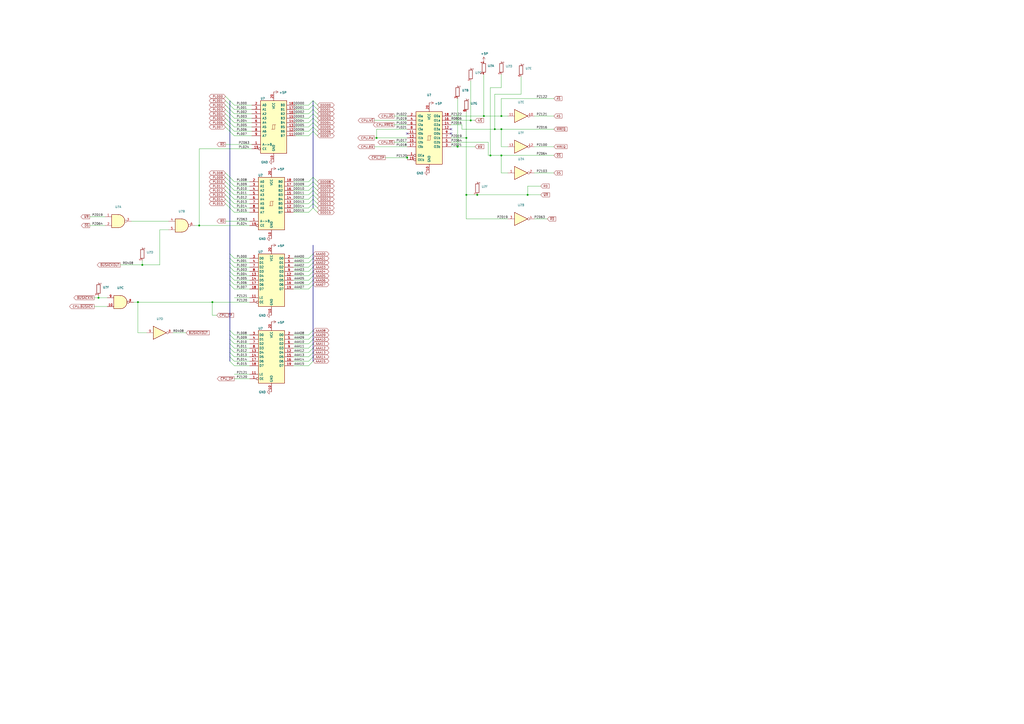
<source format=kicad_sch>
(kicad_sch (version 20220820) (generator eeschema)
  (paper "A2")
  (title_block (title "P11 AD Mux"))
  (lib_symbols
    (symbol "74xx:74LS00" (pin_names (offset 1.016))
      (property "Reference" "U" (at 0 1.27 0))
      (property "Value" "74LS00" (at 0 -1.27 0))
      (symbol "74LS00_1_1"
        (arc (start 0 -3.81) (mid 3.81 0) (end 0 3.81) (stroke (width 0.254)) (fill (type background)))
        (polyline (pts (xy 0 3.81) (xy -3.81 3.81) (xy -3.81 -3.81) (xy 0 -3.81)) (stroke (width 0.254)) (fill (type background)))
        (pin input line (at -7.62 2.54 0) (length 3.81) (name "~") (number "1"))
        (pin input line (at -7.62 -2.54 0) (length 3.81) (name "~") (number "2"))
        (pin output inverted (at 7.62 0 180) (length 3.81) (name "~") (number "3"))
      )
      (symbol "74LS00_1_2"
        (arc (start -3.81 -3.81) (mid -2.589 0) (end -3.81 3.81) (stroke (width 0.254)))
        (arc (start -0.6096 -3.81) (mid 2.1842 -2.5851) (end 3.81 0) (stroke (width 0.254)) (fill (type background)))
        (polyline (pts (xy -3.81 -3.81) (xy -0.635 -3.81)) (stroke (width 0.254)) (fill (type background)))
        (polyline (pts (xy -3.81 3.81) (xy -0.635 3.81)) (stroke (width 0.254)) (fill (type background)))
        (polyline (pts (xy -0.635 3.81) (xy -3.81 3.81) (xy -3.81 3.81) (xy -3.556 3.4036) (xy -3.0226 2.2606) (xy -2.6924 1.0414) (xy -2.6162 -0.254) (xy -2.7686 -1.4986) (xy -3.175 -2.7178) (xy -3.81 -3.81) (xy -3.81 -3.81) (xy -0.635 -3.81)) (stroke (width -25.4)) (fill (type background)))
        (arc (start 3.81 0) (mid 2.1915 2.5936) (end -0.6096 3.81) (stroke (width 0.254)) (fill (type background)))
        (pin input inverted (at -7.62 2.54 0) (length 4.318) (name "~") (number "1"))
        (pin input inverted (at -7.62 -2.54 0) (length 4.318) (name "~") (number "2"))
        (pin output line (at 7.62 0 180) (length 3.81) (name "~") (number "3"))
      )
      (symbol "74LS00_2_1"
        (arc (start 0 -3.81) (mid 3.81 0) (end 0 3.81) (stroke (width 0.254)) (fill (type background)))
        (polyline (pts (xy 0 3.81) (xy -3.81 3.81) (xy -3.81 -3.81) (xy 0 -3.81)) (stroke (width 0.254)) (fill (type background)))
        (pin input line (at -7.62 2.54 0) (length 3.81) (name "~") (number "4"))
        (pin input line (at -7.62 -2.54 0) (length 3.81) (name "~") (number "5"))
        (pin output inverted (at 7.62 0 180) (length 3.81) (name "~") (number "6"))
      )
      (symbol "74LS00_2_2"
        (arc (start -3.81 -3.81) (mid -2.589 0) (end -3.81 3.81) (stroke (width 0.254)))
        (arc (start -0.6096 -3.81) (mid 2.1842 -2.5851) (end 3.81 0) (stroke (width 0.254)) (fill (type background)))
        (polyline (pts (xy -3.81 -3.81) (xy -0.635 -3.81)) (stroke (width 0.254)) (fill (type background)))
        (polyline (pts (xy -3.81 3.81) (xy -0.635 3.81)) (stroke (width 0.254)) (fill (type background)))
        (polyline (pts (xy -0.635 3.81) (xy -3.81 3.81) (xy -3.81 3.81) (xy -3.556 3.4036) (xy -3.0226 2.2606) (xy -2.6924 1.0414) (xy -2.6162 -0.254) (xy -2.7686 -1.4986) (xy -3.175 -2.7178) (xy -3.81 -3.81) (xy -3.81 -3.81) (xy -0.635 -3.81)) (stroke (width -25.4)) (fill (type background)))
        (arc (start 3.81 0) (mid 2.1915 2.5936) (end -0.6096 3.81) (stroke (width 0.254)) (fill (type background)))
        (pin input inverted (at -7.62 2.54 0) (length 4.318) (name "~") (number "4"))
        (pin input inverted (at -7.62 -2.54 0) (length 4.318) (name "~") (number "5"))
        (pin output line (at 7.62 0 180) (length 3.81) (name "~") (number "6"))
      )
      (symbol "74LS00_3_1"
        (arc (start 0 -3.81) (mid 3.81 0) (end 0 3.81) (stroke (width 0.254)) (fill (type background)))
        (polyline (pts (xy 0 3.81) (xy -3.81 3.81) (xy -3.81 -3.81) (xy 0 -3.81)) (stroke (width 0.254)) (fill (type background)))
        (pin input line (at -7.62 -2.54 0) (length 3.81) (name "~") (number "10"))
        (pin output inverted (at 7.62 0 180) (length 3.81) (name "~") (number "8"))
        (pin input line (at -7.62 2.54 0) (length 3.81) (name "~") (number "9"))
      )
      (symbol "74LS00_3_2"
        (arc (start -3.81 -3.81) (mid -2.589 0) (end -3.81 3.81) (stroke (width 0.254)))
        (arc (start -0.6096 -3.81) (mid 2.1842 -2.5851) (end 3.81 0) (stroke (width 0.254)) (fill (type background)))
        (polyline (pts (xy -3.81 -3.81) (xy -0.635 -3.81)) (stroke (width 0.254)) (fill (type background)))
        (polyline (pts (xy -3.81 3.81) (xy -0.635 3.81)) (stroke (width 0.254)) (fill (type background)))
        (polyline (pts (xy -0.635 3.81) (xy -3.81 3.81) (xy -3.81 3.81) (xy -3.556 3.4036) (xy -3.0226 2.2606) (xy -2.6924 1.0414) (xy -2.6162 -0.254) (xy -2.7686 -1.4986) (xy -3.175 -2.7178) (xy -3.81 -3.81) (xy -3.81 -3.81) (xy -0.635 -3.81)) (stroke (width -25.4)) (fill (type background)))
        (arc (start 3.81 0) (mid 2.1915 2.5936) (end -0.6096 3.81) (stroke (width 0.254)) (fill (type background)))
        (pin input inverted (at -7.62 -2.54 0) (length 4.318) (name "~") (number "10"))
        (pin output line (at 7.62 0 180) (length 3.81) (name "~") (number "8"))
        (pin input inverted (at -7.62 2.54 0) (length 4.318) (name "~") (number "9"))
      )
      (symbol "74LS00_4_1"
        (arc (start 0 -3.81) (mid 3.81 0) (end 0 3.81) (stroke (width 0.254)) (fill (type background)))
        (polyline (pts (xy 0 3.81) (xy -3.81 3.81) (xy -3.81 -3.81) (xy 0 -3.81)) (stroke (width 0.254)) (fill (type background)))
        (pin output inverted (at 7.62 0 180) (length 3.81) (name "~") (number "11"))
        (pin input line (at -7.62 2.54 0) (length 3.81) (name "~") (number "12"))
        (pin input line (at -7.62 -2.54 0) (length 3.81) (name "~") (number "13"))
      )
      (symbol "74LS00_4_2"
        (arc (start -3.81 -3.81) (mid -2.589 0) (end -3.81 3.81) (stroke (width 0.254)))
        (arc (start -0.6096 -3.81) (mid 2.1842 -2.5851) (end 3.81 0) (stroke (width 0.254)) (fill (type background)))
        (polyline (pts (xy -3.81 -3.81) (xy -0.635 -3.81)) (stroke (width 0.254)) (fill (type background)))
        (polyline (pts (xy -3.81 3.81) (xy -0.635 3.81)) (stroke (width 0.254)) (fill (type background)))
        (polyline (pts (xy -0.635 3.81) (xy -3.81 3.81) (xy -3.81 3.81) (xy -3.556 3.4036) (xy -3.0226 2.2606) (xy -2.6924 1.0414) (xy -2.6162 -0.254) (xy -2.7686 -1.4986) (xy -3.175 -2.7178) (xy -3.81 -3.81) (xy -3.81 -3.81) (xy -0.635 -3.81)) (stroke (width -25.4)) (fill (type background)))
        (arc (start 3.81 0) (mid 2.1915 2.5936) (end -0.6096 3.81) (stroke (width 0.254)) (fill (type background)))
        (pin output line (at 7.62 0 180) (length 3.81) (name "~") (number "11"))
        (pin input inverted (at -7.62 2.54 0) (length 4.318) (name "~") (number "12"))
        (pin input inverted (at -7.62 -2.54 0) (length 4.318) (name "~") (number "13"))
      )
      (symbol "74LS00_5_0"
        (pin power_in line (at 0 12.7 270) (length 5.08) (name "VCC") (number "14"))
        (pin power_in line (at 0 -12.7 90) (length 5.08) (name "GND") (number "7"))
      )
      (symbol "74LS00_5_1"
        (rectangle (start -5.08 7.62) (end 5.08 -7.62) (stroke (width 0.254)) (fill (type background)))
      )
    )
    (symbol "74xx:74LS04"
      (property "Reference" "U" (at 0 1.27 0))
      (property "Value" "74LS04" (at 0 -1.27 0))
      (symbol "74LS04_1_0"
        (polyline (pts (xy -3.81 3.81) (xy -3.81 -3.81) (xy 3.81 0) (xy -3.81 3.81)) (stroke (width 0.254)) (fill (type background)))
        (pin input line (at -7.62 0 0) (length 3.81) (name "~") (number "1"))
        (pin output inverted (at 7.62 0 180) (length 3.81) (name "~") (number "2"))
      )
      (symbol "74LS04_2_0"
        (polyline (pts (xy -3.81 3.81) (xy -3.81 -3.81) (xy 3.81 0) (xy -3.81 3.81)) (stroke (width 0.254)) (fill (type background)))
        (pin input line (at -7.62 0 0) (length 3.81) (name "~") (number "3"))
        (pin output inverted (at 7.62 0 180) (length 3.81) (name "~") (number "4"))
      )
      (symbol "74LS04_3_0"
        (polyline (pts (xy -3.81 3.81) (xy -3.81 -3.81) (xy 3.81 0) (xy -3.81 3.81)) (stroke (width 0.254)) (fill (type background)))
        (pin input line (at -7.62 0 0) (length 3.81) (name "~") (number "5"))
        (pin output inverted (at 7.62 0 180) (length 3.81) (name "~") (number "6"))
      )
      (symbol "74LS04_4_0"
        (polyline (pts (xy -3.81 3.81) (xy -3.81 -3.81) (xy 3.81 0) (xy -3.81 3.81)) (stroke (width 0.254)) (fill (type background)))
        (pin output inverted (at 7.62 0 180) (length 3.81) (name "~") (number "8"))
        (pin input line (at -7.62 0 0) (length 3.81) (name "~") (number "9"))
      )
      (symbol "74LS04_5_0"
        (polyline (pts (xy -3.81 3.81) (xy -3.81 -3.81) (xy 3.81 0) (xy -3.81 3.81)) (stroke (width 0.254)) (fill (type background)))
        (pin output inverted (at 7.62 0 180) (length 3.81) (name "~") (number "10"))
        (pin input line (at -7.62 0 0) (length 3.81) (name "~") (number "11"))
      )
      (symbol "74LS04_6_0"
        (polyline (pts (xy -3.81 3.81) (xy -3.81 -3.81) (xy 3.81 0) (xy -3.81 3.81)) (stroke (width 0.254)) (fill (type background)))
        (pin output inverted (at 7.62 0 180) (length 3.81) (name "~") (number "12"))
        (pin input line (at -7.62 0 0) (length 3.81) (name "~") (number "13"))
      )
      (symbol "74LS04_7_0"
        (pin power_in line (at 0 12.7 270) (length 5.08) (name "VCC") (number "14"))
        (pin power_in line (at 0 -12.7 90) (length 5.08) (name "GND") (number "7"))
      )
      (symbol "74LS04_7_1"
        (rectangle (start -5.08 7.62) (end 5.08 -7.62) (stroke (width 0.254)) (fill (type background)))
      )
    )
    (symbol "74xx:74LS244" (pin_names (offset 1.016))
      (property "Reference" "U" (at -7.62 16.51 0))
      (property "Value" "74LS244" (at -7.62 -16.51 0))
      (symbol "74LS244_1_0"
        (polyline (pts (xy -0.635 -1.27) (xy -0.635 1.27) (xy 0.635 1.27)))
        (polyline (pts (xy -1.27 -1.27) (xy 0.635 -1.27) (xy 0.635 1.27) (xy 1.27 1.27)))
        (pin input inverted (at -12.7 -10.16 0) (length 5.08) (name "OEa") (number "1"))
        (pin power_in line (at 0 -20.32 90) (length 5.08) (name "GND") (number "10"))
        (pin input line (at -12.7 2.54 0) (length 5.08) (name "I0b") (number "11"))
        (pin tri_state line (at 12.7 5.08 180) (length 5.08) (name "O3a") (number "12"))
        (pin input line (at -12.7 0 0) (length 5.08) (name "I1b") (number "13"))
        (pin tri_state line (at 12.7 7.62 180) (length 5.08) (name "O2a") (number "14"))
        (pin input line (at -12.7 -2.54 0) (length 5.08) (name "I2b") (number "15"))
        (pin tri_state line (at 12.7 10.16 180) (length 5.08) (name "O1a") (number "16"))
        (pin input line (at -12.7 -5.08 0) (length 5.08) (name "I3b") (number "17"))
        (pin tri_state line (at 12.7 12.7 180) (length 5.08) (name "O0a") (number "18"))
        (pin input inverted (at -12.7 -12.7 0) (length 5.08) (name "OEb") (number "19"))
        (pin input line (at -12.7 12.7 0) (length 5.08) (name "I0a") (number "2"))
        (pin power_in line (at 0 20.32 270) (length 5.08) (name "VCC") (number "20"))
        (pin tri_state line (at 12.7 -5.08 180) (length 5.08) (name "O3b") (number "3"))
        (pin input line (at -12.7 10.16 0) (length 5.08) (name "I1a") (number "4"))
        (pin tri_state line (at 12.7 -2.54 180) (length 5.08) (name "O2b") (number "5"))
        (pin input line (at -12.7 7.62 0) (length 5.08) (name "I2a") (number "6"))
        (pin tri_state line (at 12.7 0 180) (length 5.08) (name "O1b") (number "7"))
        (pin input line (at -12.7 5.08 0) (length 5.08) (name "I3a") (number "8"))
        (pin tri_state line (at 12.7 2.54 180) (length 5.08) (name "O0b") (number "9"))
      )
      (symbol "74LS244_1_1"
        (rectangle (start -7.62 15.24) (end 7.62 -15.24) (stroke (width 0.254)) (fill (type background)))
      )
    )
    (symbol "74xx:74LS245" (pin_names (offset 1.016))
      (property "Reference" "U" (at -7.62 16.51 0))
      (property "Value" "74LS245" (at -7.62 -16.51 0))
      (symbol "74LS245_1_0"
        (polyline (pts (xy -0.635 -1.27) (xy -0.635 1.27) (xy 0.635 1.27)))
        (polyline (pts (xy -1.27 -1.27) (xy 0.635 -1.27) (xy 0.635 1.27) (xy 1.27 1.27)))
        (pin input line (at -12.7 -10.16 0) (length 5.08) (name "A->B") (number "1"))
        (pin power_in line (at 0 -20.32 90) (length 5.08) (name "GND") (number "10"))
        (pin tri_state line (at 12.7 -5.08 180) (length 5.08) (name "B7") (number "11"))
        (pin tri_state line (at 12.7 -2.54 180) (length 5.08) (name "B6") (number "12"))
        (pin tri_state line (at 12.7 0 180) (length 5.08) (name "B5") (number "13"))
        (pin tri_state line (at 12.7 2.54 180) (length 5.08) (name "B4") (number "14"))
        (pin tri_state line (at 12.7 5.08 180) (length 5.08) (name "B3") (number "15"))
        (pin tri_state line (at 12.7 7.62 180) (length 5.08) (name "B2") (number "16"))
        (pin tri_state line (at 12.7 10.16 180) (length 5.08) (name "B1") (number "17"))
        (pin tri_state line (at 12.7 12.7 180) (length 5.08) (name "B0") (number "18"))
        (pin input inverted (at -12.7 -12.7 0) (length 5.08) (name "CE") (number "19"))
        (pin tri_state line (at -12.7 12.7 0) (length 5.08) (name "A0") (number "2"))
        (pin power_in line (at 0 20.32 270) (length 5.08) (name "VCC") (number "20"))
        (pin tri_state line (at -12.7 10.16 0) (length 5.08) (name "A1") (number "3"))
        (pin tri_state line (at -12.7 7.62 0) (length 5.08) (name "A2") (number "4"))
        (pin tri_state line (at -12.7 5.08 0) (length 5.08) (name "A3") (number "5"))
        (pin tri_state line (at -12.7 2.54 0) (length 5.08) (name "A4") (number "6"))
        (pin tri_state line (at -12.7 0 0) (length 5.08) (name "A5") (number "7"))
        (pin tri_state line (at -12.7 -2.54 0) (length 5.08) (name "A6") (number "8"))
        (pin tri_state line (at -12.7 -5.08 0) (length 5.08) (name "A7") (number "9"))
      )
      (symbol "74LS245_1_1"
        (rectangle (start -7.62 15.24) (end 7.62 -15.24) (stroke (width 0.254)) (fill (type background)))
      )
    )
    (symbol "74xx:74LS373"
      (property "Reference" "U" (at -7.62 16.51 0))
      (property "Value" "74LS373" (at -7.62 -16.51 0))
      (symbol "74LS373_1_0"
        (pin input inverted (at -12.7 -12.7 0) (length 5.08) (name "OE") (number "1"))
        (pin power_in line (at 0 -20.32 90) (length 5.08) (name "GND") (number "10"))
        (pin input line (at -12.7 -10.16 0) (length 5.08) (name "LE") (number "11"))
        (pin tri_state line (at 12.7 2.54 180) (length 5.08) (name "O4") (number "12"))
        (pin input line (at -12.7 2.54 0) (length 5.08) (name "D4") (number "13"))
        (pin input line (at -12.7 0 0) (length 5.08) (name "D5") (number "14"))
        (pin tri_state line (at 12.7 0 180) (length 5.08) (name "O5") (number "15"))
        (pin tri_state line (at 12.7 -2.54 180) (length 5.08) (name "O6") (number "16"))
        (pin input line (at -12.7 -2.54 0) (length 5.08) (name "D6") (number "17"))
        (pin input line (at -12.7 -5.08 0) (length 5.08) (name "D7") (number "18"))
        (pin tri_state line (at 12.7 -5.08 180) (length 5.08) (name "O7") (number "19"))
        (pin tri_state line (at 12.7 12.7 180) (length 5.08) (name "O0") (number "2"))
        (pin power_in line (at 0 20.32 270) (length 5.08) (name "VCC") (number "20"))
        (pin input line (at -12.7 12.7 0) (length 5.08) (name "D0") (number "3"))
        (pin input line (at -12.7 10.16 0) (length 5.08) (name "D1") (number "4"))
        (pin tri_state line (at 12.7 10.16 180) (length 5.08) (name "O1") (number "5"))
        (pin tri_state line (at 12.7 7.62 180) (length 5.08) (name "O2") (number "6"))
        (pin input line (at -12.7 7.62 0) (length 5.08) (name "D2") (number "7"))
        (pin input line (at -12.7 5.08 0) (length 5.08) (name "D3") (number "8"))
        (pin tri_state line (at 12.7 5.08 180) (length 5.08) (name "O3") (number "9"))
      )
      (symbol "74LS373_1_1"
        (rectangle (start -7.62 15.24) (end 7.62 -15.24) (stroke (width 0.254)) (fill (type background)))
      )
    )
    (symbol "Device:R_Network07_Split" (pin_names (offset 0) hide)
      (property "Reference" "RN" (at 2.032 0 90))
      (property "Value" "R_Network07_Split" (at 0 0 90))
      (symbol "R_Network07_Split_0_1"
        (rectangle (start 1.016 2.54) (end -1.016 -2.54) (stroke (width 0.254)))
      )
      (symbol "R_Network07_Split_1_1"
        (pin passive line (at 0 3.81 270) (length 1.27) (name "R1.1") (number "1"))
        (pin passive line (at 0 -3.81 90) (length 1.27) (name "R1.2") (number "2"))
      )
      (symbol "R_Network07_Split_2_1"
        (polyline (pts (xy 0 2.54) (xy 0 3.81)))
        (text "1" (at 0.889 3.175 900) (effects (font (size 1.27 1.27))))
        (pin passive line (at 0 -3.81 90) (length 1.27) (name "R2.2") (number "3"))
      )
      (symbol "R_Network07_Split_3_1"
        (polyline (pts (xy 0 2.54) (xy 0 3.81)))
        (text "1" (at 0.889 3.175 900) (effects (font (size 1.27 1.27))))
        (pin passive line (at 0 -3.81 90) (length 1.27) (name "R3.2") (number "4"))
      )
      (symbol "R_Network07_Split_4_1"
        (polyline (pts (xy 0 2.54) (xy 0 3.81)))
        (text "1" (at 0.889 3.175 900) (effects (font (size 1.27 1.27))))
        (pin passive line (at 0 -3.81 90) (length 1.27) (name "R4.2") (number "5"))
      )
      (symbol "R_Network07_Split_5_1"
        (polyline (pts (xy 0 2.54) (xy 0 3.81)))
        (text "1" (at 0.889 3.175 900) (effects (font (size 1.27 1.27))))
        (pin passive line (at 0 -3.81 90) (length 1.27) (name "R5.2") (number "6"))
      )
      (symbol "R_Network07_Split_6_1"
        (polyline (pts (xy 0 2.54) (xy 0 3.81)))
        (text "1" (at 0.889 3.175 900) (effects (font (size 1.27 1.27))))
        (pin passive line (at 0 -3.81 90) (length 1.27) (name "R6.2") (number "7"))
      )
      (symbol "R_Network07_Split_7_1"
        (polyline (pts (xy 0 2.54) (xy 0 3.81)))
        (text "1" (at 0.889 3.175 900) (effects (font (size 1.27 1.27))))
        (pin passive line (at 0 -3.81 90) (length 1.27) (name "R7.2") (number "8"))
      )
    )
    (symbol "power:+5P" (power) (pin_names (offset 0))
      (property "Value" "+5P" (at 0 3.556 0))
      (symbol "+5P_0_1"
        (polyline (pts (xy -0.762 1.27) (xy 0 2.54)))
        (polyline (pts (xy 0 0) (xy 0 2.54)))
        (polyline (pts (xy 0 2.54) (xy 0.762 1.27)))
      )
      (symbol "+5P_1_1"
        (pin power_in line (at 0 0 90) (length 0) hide (name "+5P") (number "1"))
      )
    )
    (symbol "power:GND" (power) (pin_names (offset 0))
      (property "Value" "GND" (at 0 -3.81 0))
      (symbol "GND_0_1"
        (polyline (pts (xy 0 0) (xy 0 -1.27) (xy 1.27 -1.27) (xy 0 -2.54) (xy -1.27 -1.27) (xy 0 -1.27)))
      )
      (symbol "GND_1_1"
        (pin power_in line (at 0 0 270) (length 0) hide (name "GND") (number "1"))
      )
    )
  )
  (junction (at 280.67 67.31))
  (junction (at 290.83 90.17))
  (junction (at 57.15 172.72))
  (junction (at 290.83 74.93))
  (junction (at 287.02 74.93))
  (junction (at 218.44 80.01))
  (junction (at 276.86 113.03))
  (junction (at 270.51 80.01))
  (junction (at 284.48 90.17))
  (junction (at 306.07 113.03))
  (junction (at 115.57 130.81))
  (junction (at 123.19 175.26))
  (junction (at 265.43 85.09))
  (junction (at 290.83 67.31))
  (junction (at 80.01 175.26))
  (junction (at 273.05 69.85))
  (junction (at 236.22 91.44))
  (junction (at 82.55 153.67))
  (junction (at 270.51 113.03))
  (no_connect (at 261.62 74.93))
  (no_connect (at 236.22 77.47))
  (no_connect (at 261.62 77.47))
  (bus_entry (at 133.35 113.03) (size 2.54 2.54))
  (bus_entry (at 181.61 113.03) (size 2.54 2.54))
  (bus_entry (at 130.81 105.41) (size 2.54 2.54))
  (bus_entry (at 133.35 154.94) (size 2.54 2.54))
  (bus_entry (at 133.35 107.95) (size 2.54 2.54))
  (bus_entry (at 181.61 120.65) (size 2.54 2.54))
  (bus_entry (at 181.61 201.93) (size -2.54 2.54))
  (bus_entry (at 130.81 55.88) (size 2.54 2.54))
  (bus_entry (at 133.35 60.96) (size 2.54 2.54))
  (bus_entry (at 133.35 191.77) (size 2.54 2.54))
  (bus_entry (at 181.61 157.48) (size -2.54 2.54))
  (bus_entry (at 181.61 194.31) (size -2.54 2.54))
  (bus_entry (at 133.35 207.01) (size 2.54 2.54))
  (bus_entry (at 130.81 68.58) (size 2.54 2.54))
  (bus_entry (at 181.61 120.65) (size -2.54 2.54))
  (bus_entry (at 181.61 58.42) (size 2.54 2.54))
  (bus_entry (at 181.61 105.41) (size -2.54 2.54))
  (bus_entry (at 133.35 196.85) (size 2.54 2.54))
  (bus_entry (at 133.35 204.47) (size 2.54 2.54))
  (bus_entry (at 181.61 107.95) (size -2.54 2.54))
  (bus_entry (at 133.35 152.4) (size 2.54 2.54))
  (bus_entry (at 181.61 68.58) (size -2.54 2.54))
  (bus_entry (at 181.61 68.58) (size 2.54 2.54))
  (bus_entry (at 133.35 58.42) (size 2.54 2.54))
  (bus_entry (at 130.81 73.66) (size 2.54 2.54))
  (bus_entry (at 133.35 105.41) (size 2.54 2.54))
  (bus_entry (at 133.35 102.87) (size 2.54 2.54))
  (bus_entry (at 181.61 160.02) (size -2.54 2.54))
  (bus_entry (at 133.35 160.02) (size 2.54 2.54))
  (bus_entry (at 133.35 199.39) (size 2.54 2.54))
  (bus_entry (at 133.35 162.56) (size 2.54 2.54))
  (bus_entry (at 181.61 162.56) (size -2.54 2.54))
  (bus_entry (at 130.81 115.57) (size 2.54 2.54))
  (bus_entry (at 133.35 147.32) (size 2.54 2.54))
  (bus_entry (at 181.61 76.2) (size 2.54 2.54))
  (bus_entry (at 181.61 102.87) (size 2.54 2.54))
  (bus_entry (at 130.81 63.5) (size 2.54 2.54))
  (bus_entry (at 130.81 100.33) (size 2.54 2.54))
  (bus_entry (at 181.61 199.39) (size -2.54 2.54))
  (bus_entry (at 133.35 165.1) (size 2.54 2.54))
  (bus_entry (at 181.61 154.94) (size -2.54 2.54))
  (bus_entry (at 181.61 209.55) (size -2.54 2.54))
  (bus_entry (at 130.81 110.49) (size 2.54 2.54))
  (bus_entry (at 130.81 102.87) (size 2.54 2.54))
  (bus_entry (at 181.61 115.57) (size -2.54 2.54))
  (bus_entry (at 133.35 157.48) (size 2.54 2.54))
  (bus_entry (at 181.61 102.87) (size -2.54 2.54))
  (bus_entry (at 181.61 60.96) (size 2.54 2.54))
  (bus_entry (at 181.61 152.4) (size -2.54 2.54))
  (bus_entry (at 133.35 68.58) (size 2.54 2.54))
  (bus_entry (at 181.61 147.32) (size -2.54 2.54))
  (bus_entry (at 181.61 207.01) (size -2.54 2.54))
  (bus_entry (at 133.35 149.86) (size 2.54 2.54))
  (bus_entry (at 181.61 76.2) (size -2.54 2.54))
  (bus_entry (at 133.35 71.12) (size 2.54 2.54))
  (bus_entry (at 181.61 71.12) (size -2.54 2.54))
  (bus_entry (at 181.61 113.03) (size -2.54 2.54))
  (bus_entry (at 133.35 115.57) (size 2.54 2.54))
  (bus_entry (at 133.35 63.5) (size 2.54 2.54))
  (bus_entry (at 130.81 60.96) (size 2.54 2.54))
  (bus_entry (at 133.35 73.66) (size 2.54 2.54))
  (bus_entry (at 181.61 149.86) (size -2.54 2.54))
  (bus_entry (at 181.61 63.5) (size 2.54 2.54))
  (bus_entry (at 133.35 66.04) (size 2.54 2.54))
  (bus_entry (at 181.61 110.49) (size 2.54 2.54))
  (bus_entry (at 181.61 115.57) (size 2.54 2.54))
  (bus_entry (at 133.35 201.93) (size 2.54 2.54))
  (bus_entry (at 130.81 58.42) (size 2.54 2.54))
  (bus_entry (at 181.61 60.96) (size -2.54 2.54))
  (bus_entry (at 130.81 66.04) (size 2.54 2.54))
  (bus_entry (at 181.61 110.49) (size -2.54 2.54))
  (bus_entry (at 181.61 118.11) (size 2.54 2.54))
  (bus_entry (at 130.81 118.11) (size 2.54 2.54))
  (bus_entry (at 181.61 71.12) (size 2.54 2.54))
  (bus_entry (at 181.61 165.1) (size -2.54 2.54))
  (bus_entry (at 181.61 204.47) (size -2.54 2.54))
  (bus_entry (at 133.35 194.31) (size 2.54 2.54))
  (bus_entry (at 133.35 76.2) (size 2.54 2.54))
  (bus_entry (at 181.61 196.85) (size -2.54 2.54))
  (bus_entry (at 130.81 113.03) (size 2.54 2.54))
  (bus_entry (at 181.61 118.11) (size -2.54 2.54))
  (bus_entry (at 181.61 107.95) (size 2.54 2.54))
  (bus_entry (at 181.61 73.66) (size -2.54 2.54))
  (bus_entry (at 181.61 58.42) (size -2.54 2.54))
  (bus_entry (at 181.61 73.66) (size 2.54 2.54))
  (bus_entry (at 181.61 191.77) (size -2.54 2.54))
  (bus_entry (at 181.61 63.5) (size -2.54 2.54))
  (bus_entry (at 133.35 120.65) (size 2.54 2.54))
  (bus_entry (at 133.35 118.11) (size 2.54 2.54))
  (bus_entry (at 133.35 209.55) (size 2.54 2.54))
  (bus_entry (at 130.81 71.12) (size 2.54 2.54))
  (bus_entry (at 181.61 66.04) (size 2.54 2.54))
  (bus_entry (at 181.61 105.41) (size 2.54 2.54))
  (bus_entry (at 130.81 107.95) (size 2.54 2.54))
  (bus_entry (at 181.61 66.04) (size -2.54 2.54))
  (bus_entry (at 133.35 110.49) (size 2.54 2.54))
  (wire (pts (xy 135.89 110.49) (xy 144.78 110.49)))
  (wire (pts (xy 82.55 151.13) (xy 82.55 153.67)))
  (wire (pts (xy 170.18 107.95) (xy 179.07 107.95)))
  (wire (pts (xy 217.17 85.09) (xy 236.22 85.09)))
  (bus (pts (xy 181.61 107.95) (xy 181.61 110.49)))
  (bus (pts (xy 133.35 165.1) (xy 133.35 191.77)))
  (bus (pts (xy 181.61 196.85) (xy 181.61 199.39)))
  (wire (pts (xy 144.78 217.17) (xy 135.89 217.17)))
  (wire (pts (xy 82.55 153.67) (xy 92.71 153.67)))
  (wire (pts (xy 144.78 152.4) (xy 135.89 152.4)))
  (wire (pts (xy 144.78 118.11) (xy 135.89 118.11)))
  (bus (pts (xy 181.61 66.04) (xy 181.61 68.58)))
  (wire (pts (xy 309.88 100.33) (xy 321.31 100.33)))
  (wire (pts (xy 170.18 162.56) (xy 179.07 162.56)))
  (bus (pts (xy 133.35 115.57) (xy 133.35 118.11)))
  (bus (pts (xy 181.61 204.47) (xy 181.61 207.01)))
  (bus (pts (xy 133.35 68.58) (xy 133.35 71.12)))
  (bus (pts (xy 133.35 162.56) (xy 133.35 165.1)))
  (wire (pts (xy 309.88 127) (xy 317.5 127)))
  (wire (pts (xy 80.01 175.26) (xy 80.01 193.04)))
  (bus (pts (xy 133.35 149.86) (xy 133.35 152.4)))
  (wire (pts (xy 92.71 153.67) (xy 92.71 133.35)))
  (wire (pts (xy 170.18 209.55) (xy 179.07 209.55)))
  (wire (pts (xy 144.78 157.48) (xy 135.89 157.48)))
  (bus (pts (xy 181.61 154.94) (xy 181.61 157.48)))
  (wire (pts (xy 287.02 54.61) (xy 302.26 54.61)))
  (wire (pts (xy 171.45 78.74) (xy 179.07 78.74)))
  (wire (pts (xy 77.47 175.26) (xy 80.01 175.26)))
  (wire (pts (xy 144.78 196.85) (xy 135.89 196.85)))
  (wire (pts (xy 170.18 120.65) (xy 179.07 120.65)))
  (bus (pts (xy 133.35 152.4) (xy 133.35 154.94)))
  (wire (pts (xy 144.78 172.72) (xy 135.89 172.72)))
  (bus (pts (xy 181.61 142.24) (xy 181.61 147.32)))
  (wire (pts (xy 170.18 149.86) (xy 179.07 149.86)))
  (wire (pts (xy 270.51 127) (xy 294.64 127)))
  (wire (pts (xy 170.18 194.31) (xy 179.07 194.31)))
  (wire (pts (xy 306.07 113.03) (xy 306.07 107.95)))
  (wire (pts (xy 144.78 160.02) (xy 135.89 160.02)))
  (bus (pts (xy 181.61 115.57) (xy 181.61 118.11)))
  (bus (pts (xy 181.61 73.66) (xy 181.61 76.2)))
  (wire (pts (xy 261.62 82.55) (xy 283.21 82.55)))
  (bus (pts (xy 133.35 63.5) (xy 133.35 66.04)))
  (wire (pts (xy 135.89 73.66) (xy 146.05 73.66)))
  (wire (pts (xy 170.18 201.93) (xy 179.07 201.93)))
  (wire (pts (xy 290.83 100.33) (xy 294.64 100.33)))
  (wire (pts (xy 287.02 74.93) (xy 290.83 74.93)))
  (wire (pts (xy 170.18 157.48) (xy 179.07 157.48)))
  (bus (pts (xy 181.61 147.32) (xy 181.61 149.86)))
  (wire (pts (xy 218.44 74.93) (xy 218.44 80.01)))
  (bus (pts (xy 133.35 204.47) (xy 133.35 207.01)))
  (wire (pts (xy 144.78 209.55) (xy 135.89 209.55)))
  (wire (pts (xy 144.78 212.09) (xy 135.89 212.09)))
  (bus (pts (xy 181.61 152.4) (xy 181.61 154.94)))
  (wire (pts (xy 144.78 207.01) (xy 135.89 207.01)))
  (bus (pts (xy 181.61 63.5) (xy 181.61 66.04)))
  (bus (pts (xy 133.35 201.93) (xy 133.35 204.47)))
  (wire (pts (xy 144.78 123.19) (xy 135.89 123.19)))
  (wire (pts (xy 144.78 219.71) (xy 135.89 219.71)))
  (bus (pts (xy 133.35 154.94) (xy 133.35 157.48)))
  (wire (pts (xy 170.18 115.57) (xy 179.07 115.57)))
  (wire (pts (xy 217.17 69.85) (xy 236.22 69.85)))
  (bus (pts (xy 133.35 207.01) (xy 133.35 209.55)))
  (wire (pts (xy 290.83 67.31) (xy 294.64 67.31)))
  (wire (pts (xy 69.85 153.67) (xy 82.55 153.67)))
  (bus (pts (xy 133.35 110.49) (xy 133.35 113.03)))
  (bus (pts (xy 133.35 196.85) (xy 133.35 199.39)))
  (bus (pts (xy 181.61 160.02) (xy 181.61 162.56)))
  (bus (pts (xy 181.61 162.56) (xy 181.61 165.1)))
  (bus (pts (xy 133.35 113.03) (xy 133.35 115.57)))
  (wire (pts (xy 171.45 76.2) (xy 179.07 76.2)))
  (wire (pts (xy 144.78 167.64) (xy 135.89 167.64)))
  (wire (pts (xy 115.57 86.36) (xy 146.05 86.36)))
  (wire (pts (xy 144.78 120.65) (xy 135.89 120.65)))
  (wire (pts (xy 302.26 54.61) (xy 302.26 44.45)))
  (wire (pts (xy 144.78 154.94) (xy 135.89 154.94)))
  (bus (pts (xy 133.35 160.02) (xy 133.35 162.56)))
  (wire (pts (xy 144.78 204.47) (xy 135.89 204.47)))
  (wire (pts (xy 123.19 175.26) (xy 144.78 175.26)))
  (bus (pts (xy 133.35 105.41) (xy 133.35 107.95)))
  (wire (pts (xy 144.78 165.1) (xy 135.89 165.1)))
  (wire (pts (xy 135.89 63.5) (xy 146.05 63.5)))
  (wire (pts (xy 144.78 199.39) (xy 135.89 199.39)))
  (wire (pts (xy 80.01 193.04) (xy 85.09 193.04)))
  (wire (pts (xy 290.83 50.8) (xy 284.48 50.8)))
  (wire (pts (xy 270.51 80.01) (xy 270.51 113.03)))
  (bus (pts (xy 181.61 201.93) (xy 181.61 204.47)))
  (wire (pts (xy 228.6 67.31) (xy 236.22 67.31)))
  (wire (pts (xy 309.88 67.31) (xy 321.31 67.31)))
  (wire (pts (xy 135.89 76.2) (xy 146.05 76.2)))
  (bus (pts (xy 133.35 58.42) (xy 133.35 60.96)))
  (bus (pts (xy 181.61 113.03) (xy 181.61 115.57)))
  (wire (pts (xy 228.6 82.55) (xy 236.22 82.55)))
  (wire (pts (xy 261.62 67.31) (xy 280.67 67.31)))
  (wire (pts (xy 144.78 194.31) (xy 135.89 194.31)))
  (wire (pts (xy 170.18 152.4) (xy 179.07 152.4)))
  (bus (pts (xy 181.61 157.48) (xy 181.61 160.02)))
  (wire (pts (xy 171.45 71.12) (xy 179.07 71.12)))
  (bus (pts (xy 181.61 199.39) (xy 181.61 201.93)))
  (wire (pts (xy 113.03 130.81) (xy 115.57 130.81)))
  (wire (pts (xy 283.21 82.55) (xy 283.21 90.17)))
  (wire (pts (xy 92.71 133.35) (xy 97.79 133.35)))
  (wire (pts (xy 57.15 172.72) (xy 62.23 172.72)))
  (wire (pts (xy 170.18 199.39) (xy 179.07 199.39)))
  (wire (pts (xy 276.86 113.03) (xy 306.07 113.03)))
  (wire (pts (xy 270.51 113.03) (xy 276.86 113.03)))
  (wire (pts (xy 218.44 74.93) (xy 236.22 74.93)))
  (bus (pts (xy 181.61 102.87) (xy 181.61 105.41)))
  (wire (pts (xy 273.05 69.85) (xy 275.59 69.85)))
  (wire (pts (xy 287.02 74.93) (xy 287.02 54.61)))
  (wire (pts (xy 170.18 207.01) (xy 179.07 207.01)))
  (wire (pts (xy 123.19 175.26) (xy 123.19 182.88)))
  (wire (pts (xy 290.83 57.15) (xy 321.31 57.15)))
  (wire (pts (xy 261.62 85.09) (xy 265.43 85.09)))
  (wire (pts (xy 135.89 113.03) (xy 144.78 113.03)))
  (wire (pts (xy 261.62 72.39) (xy 267.97 72.39)))
  (wire (pts (xy 283.21 90.17) (xy 284.48 90.17)))
  (bus (pts (xy 133.35 60.96) (xy 133.35 63.5)))
  (wire (pts (xy 144.78 201.93) (xy 135.89 201.93)))
  (wire (pts (xy 130.81 83.82) (xy 146.05 83.82)))
  (wire (pts (xy 54.61 172.72) (xy 57.15 172.72)))
  (wire (pts (xy 171.45 60.96) (xy 179.07 60.96)))
  (wire (pts (xy 170.18 154.94) (xy 179.07 154.94)))
  (wire (pts (xy 284.48 90.17) (xy 290.83 90.17)))
  (wire (pts (xy 170.18 105.41) (xy 179.07 105.41)))
  (bus (pts (xy 133.35 191.77) (xy 133.35 194.31)))
  (wire (pts (xy 135.89 107.95) (xy 144.78 107.95)))
  (bus (pts (xy 133.35 118.11) (xy 133.35 120.65)))
  (wire (pts (xy 170.18 165.1) (xy 179.07 165.1)))
  (wire (pts (xy 273.05 69.85) (xy 273.05 46.99)))
  (wire (pts (xy 270.51 113.03) (xy 270.51 127)))
  (bus (pts (xy 181.61 60.96) (xy 181.61 63.5)))
  (wire (pts (xy 218.44 80.01) (xy 236.22 80.01)))
  (bus (pts (xy 133.35 66.04) (xy 133.35 68.58)))
  (wire (pts (xy 54.61 177.8) (xy 62.23 177.8)))
  (wire (pts (xy 267.97 72.39) (xy 267.97 74.93)))
  (wire (pts (xy 115.57 86.36) (xy 115.57 130.81)))
  (wire (pts (xy 223.52 91.44) (xy 236.22 91.44)))
  (wire (pts (xy 265.43 85.09) (xy 275.59 85.09)))
  (bus (pts (xy 133.35 147.32) (xy 133.35 149.86)))
  (wire (pts (xy 171.45 68.58) (xy 179.07 68.58)))
  (wire (pts (xy 170.18 212.09) (xy 179.07 212.09)))
  (bus (pts (xy 181.61 149.86) (xy 181.61 152.4)))
  (bus (pts (xy 133.35 194.31) (xy 133.35 196.85)))
  (wire (pts (xy 170.18 110.49) (xy 179.07 110.49)))
  (bus (pts (xy 133.35 107.95) (xy 133.35 110.49)))
  (wire (pts (xy 115.57 130.81) (xy 144.78 130.81)))
  (wire (pts (xy 171.45 66.04) (xy 179.07 66.04)))
  (wire (pts (xy 135.89 68.58) (xy 146.05 68.58)))
  (bus (pts (xy 133.35 120.65) (xy 133.35 147.32)))
  (wire (pts (xy 280.67 67.31) (xy 290.83 67.31)))
  (wire (pts (xy 170.18 118.11) (xy 179.07 118.11)))
  (wire (pts (xy 290.83 90.17) (xy 290.83 100.33)))
  (wire (pts (xy 170.18 160.02) (xy 179.07 160.02)))
  (wire (pts (xy 290.83 90.17) (xy 321.31 90.17)))
  (wire (pts (xy 80.01 175.26) (xy 123.19 175.26)))
  (wire (pts (xy 170.18 196.85) (xy 179.07 196.85)))
  (bus (pts (xy 181.61 207.01) (xy 181.61 209.55)))
  (wire (pts (xy 135.89 78.74) (xy 146.05 78.74)))
  (bus (pts (xy 133.35 76.2) (xy 133.35 102.87)))
  (wire (pts (xy 52.07 125.73) (xy 60.96 125.73)))
  (bus (pts (xy 181.61 105.41) (xy 181.61 107.95)))
  (bus (pts (xy 133.35 71.12) (xy 133.35 73.66)))
  (wire (pts (xy 306.07 113.03) (xy 313.69 113.03)))
  (wire (pts (xy 171.45 73.66) (xy 179.07 73.66)))
  (bus (pts (xy 181.61 58.42) (xy 181.61 60.96)))
  (bus (pts (xy 181.61 194.31) (xy 181.61 196.85)))
  (wire (pts (xy 144.78 162.56) (xy 135.89 162.56)))
  (wire (pts (xy 290.83 67.31) (xy 290.83 57.15)))
  (wire (pts (xy 290.83 43.18) (xy 290.83 50.8)))
  (wire (pts (xy 170.18 204.47) (xy 179.07 204.47)))
  (wire (pts (xy 217.17 80.01) (xy 218.44 80.01)))
  (wire (pts (xy 280.67 43.18) (xy 280.67 67.31)))
  (wire (pts (xy 52.07 130.81) (xy 60.96 130.81)))
  (wire (pts (xy 267.97 74.93) (xy 287.02 74.93)))
  (bus (pts (xy 181.61 110.49) (xy 181.61 113.03)))
  (wire (pts (xy 171.45 63.5) (xy 179.07 63.5)))
  (wire (pts (xy 261.62 80.01) (xy 270.51 80.01)))
  (wire (pts (xy 170.18 113.03) (xy 179.07 113.03)))
  (wire (pts (xy 284.48 50.8) (xy 284.48 90.17)))
  (wire (pts (xy 261.62 69.85) (xy 273.05 69.85)))
  (wire (pts (xy 236.22 90.17) (xy 236.22 91.44)))
  (bus (pts (xy 181.61 191.77) (xy 181.61 194.31)))
  (wire (pts (xy 135.89 71.12) (xy 146.05 71.12)))
  (bus (pts (xy 133.35 102.87) (xy 133.35 105.41)))
  (bus (pts (xy 181.61 165.1) (xy 181.61 191.77)))
  (wire (pts (xy 123.19 182.88) (xy 125.73 182.88)))
  (bus (pts (xy 133.35 199.39) (xy 133.35 201.93)))
  (wire (pts (xy 144.78 149.86) (xy 135.89 149.86)))
  (wire (pts (xy 135.89 66.04) (xy 146.05 66.04)))
  (wire (pts (xy 100.33 193.04) (xy 107.95 193.04)))
  (bus (pts (xy 181.61 118.11) (xy 181.61 120.65)))
  (bus (pts (xy 181.61 71.12) (xy 181.61 73.66)))
  (wire (pts (xy 57.15 171.45) (xy 57.15 172.72)))
  (wire (pts (xy 290.83 85.09) (xy 294.64 85.09)))
  (wire (pts (xy 290.83 74.93) (xy 321.31 74.93)))
  (wire (pts (xy 170.18 123.19) (xy 179.07 123.19)))
  (wire (pts (xy 135.89 105.41) (xy 144.78 105.41)))
  (wire (pts (xy 265.43 57.15) (xy 265.43 85.09)))
  (bus (pts (xy 133.35 157.48) (xy 133.35 160.02)))
  (wire (pts (xy 76.2 128.27) (xy 97.79 128.27)))
  (wire (pts (xy 309.88 85.09) (xy 321.31 85.09)))
  (wire (pts (xy 228.6 72.39) (xy 236.22 72.39)))
  (bus (pts (xy 181.61 68.58) (xy 181.61 71.12)))
  (wire (pts (xy 146.05 60.96) (xy 135.89 60.96)))
  (wire (pts (xy 144.78 115.57) (xy 135.89 115.57)))
  (wire (pts (xy 236.22 91.44) (xy 236.22 92.71)))
  (bus (pts (xy 181.61 76.2) (xy 181.61 102.87)))
  (wire (pts (xy 270.51 64.77) (xy 270.51 80.01)))
  (wire (pts (xy 306.07 107.95) (xy 313.69 107.95)))
  (bus (pts (xy 133.35 73.66) (xy 133.35 76.2)))
  (wire (pts (xy 290.83 74.93) (xy 290.83 85.09)))
  (wire (pts (xy 170.18 167.64) (xy 179.07 167.64)))
  (wire (pts (xy 130.81 128.27) (xy 144.78 128.27)))
  (label "DDD08" (at 176.53 105.41 180))
  (label "AAA09" (at 176.53 196.85 180))
  (label "PZ122" (at 261.62 67.31 0))
  (label "AAA06" (at 176.53 165.1 180))
  (label "AAA15" (at 176.53 212.09 180))
  (label "AAA12" (at 176.53 204.47 180))
  (label "PL003" (at 137.16 157.48 0))
  (label "PZ103" (at 311.15 100.33 0))
  (label "PL012" (at 137.16 115.57 0))
  (label "AAA05" (at 176.53 162.56 180))
  (label "PZ019" (at 53.34 125.73 0))
  (label "AAA02" (at 176.53 154.94 180))
  (label "AAA07" (at 176.53 167.64 180))
  (label "PL015" (at 137.16 123.19 0))
  (label "AAA04" (at 176.53 160.02 180))
  (label "PL005" (at 137.16 73.66 0))
  (label "PL001" (at 137.16 152.4 0))
  (label "PZ122" (at 311.15 57.15 0))
  (label "AAA03" (at 176.53 157.48 180))
  (label "PL001" (at 137.16 63.5 0))
  (label "PZ016" (at 311.15 74.93 0))
  (label "PZ063" (at 137.16 128.27 0))
  (label "PL024" (at 137.16 130.81 0))
  (label "PL004" (at 137.16 71.12 0))
  (label "PL000" (at 137.16 149.86 0))
  (label "DDD05" (at 176.53 73.66 180))
  (label "PZ121" (at 311.15 67.31 0))
  (label "PL020" (at 229.87 72.39 0))
  (label "DDD03" (at 176.53 68.58 180))
  (label "DDD15" (at 176.53 123.19 180))
  (label "AAA00" (at 176.53 149.86 180))
  (label "PZ064" (at 261.62 82.55 0))
  (label "DDD12" (at 176.53 115.57 180))
  (label "PZ016" (at 261.62 72.39 0))
  (label "AAA10" (at 176.53 199.39 180))
  (label "PL015" (at 137.16 212.09 0))
  (label "AAA01" (at 176.53 152.4 180))
  (label "PZ019" (at 261.62 80.01 0))
  (label "PZ021" (at 261.62 85.09 0))
  (label "DDD10" (at 176.53 110.49 180))
  (label "R0408" (at 100.33 193.04 0))
  (label "PZ063" (at 309.88 127 0))
  (label "PZ120" (at 137.16 219.71 0))
  (label "PL022" (at 229.87 67.31 0))
  (label "PL003" (at 137.16 68.58 0))
  (label "PL019" (at 229.87 69.85 0))
  (label "PL002" (at 137.16 66.04 0))
  (label "PL014" (at 137.16 209.55 0))
  (label "DDD09" (at 176.53 107.95 180))
  (label "PL000" (at 137.16 60.96 0))
  (label "DDD07" (at 176.53 78.74 180))
  (label "R0806" (at 261.62 69.85 0))
  (label "PZ063" (at 138.43 83.82 0))
  (label "PL007" (at 137.16 78.74 0))
  (label "DDD01" (at 176.53 63.5 180))
  (label "PL004" (at 137.16 160.02 0))
  (label "PZ064" (at 311.15 90.17 0))
  (label "PZ121" (at 137.16 172.72 0))
  (label "PL013" (at 137.16 207.01 0))
  (label "PL011" (at 137.16 201.93 0))
  (label "PZ064" (at 53.34 130.81 0))
  (label "DDD13" (at 176.53 118.11 180))
  (label "PL010" (at 137.16 199.39 0))
  (label "DDD00" (at 176.53 60.96 180))
  (label "PL006" (at 137.16 76.2 0))
  (label "PL014" (at 137.16 120.65 0))
  (label "PL017" (at 229.87 82.55 0))
  (label "PZ121" (at 137.16 217.17 0))
  (label "PL009" (at 137.16 107.95 0))
  (label "PL009" (at 137.16 196.85 0))
  (label "PL002" (at 137.16 154.94 0))
  (label "PZ100" (at 311.15 85.09 0))
  (label "PL010" (at 137.16 110.49 0))
  (label "DDD11" (at 176.53 113.03 180))
  (label "PL006" (at 137.16 165.1 0))
  (label "PL008" (at 137.16 105.41 0))
  (label "AAA08" (at 176.53 194.31 180))
  (label "PL021" (at 229.87 74.93 0))
  (label "PZ120" (at 229.87 91.44 0))
  (label "PL018" (at 229.87 85.09 0))
  (label "AAA14" (at 176.53 209.55 180))
  (label "PL013" (at 137.16 118.11 0))
  (label "PL005" (at 137.16 162.56 0))
  (label "R0408" (at 71.12 153.67 0))
  (label "AAA11" (at 176.53 201.93 180))
  (label "DDD06" (at 176.53 76.2 180))
  (label "DDD14" (at 176.53 120.65 180))
  (label "PZ120" (at 137.16 175.26 0))
  (label "AAA13" (at 176.53 207.01 180))
  (label "PL012" (at 137.16 204.47 0))
  (label "PL024" (at 138.43 86.36 0))
  (label "PZ019" (at 288.29 127 0))
  (label "PL008" (at 137.16 194.31 0))
  (label "PL007" (at 137.16 167.64 0))
  (label "DDD02" (at 176.53 66.04 180))
  (label "PL011" (at 137.16 113.03 0))
  (label "DDD04" (at 176.53 71.12 180))
  (global_label "PL015" (shape bidirectional) (at 130.81 118.11 180) (property "Intersheetrefs" "${INTERSHEET_REFS}" (at 0 0 0)))
  (global_label "AAA05" (shape bidirectional) (at 181.61 160.02 0) (property "Intersheetrefs" "${INTERSHEET_REFS}" (at 0 0 0)))
  (global_label "CPU.N~{S}" (shape output) (at 217.17 69.85 180) (property "Intersheetrefs" "${INTERSHEET_REFS}" (at 0 0 0)))
  (global_label "AAA15" (shape bidirectional) (at 181.61 209.55 0) (property "Intersheetrefs" "${INTERSHEET_REFS}" (at 0 0 0)))
  (global_label "AAA09" (shape bidirectional) (at 181.61 194.31 0) (property "Intersheetrefs" "${INTERSHEET_REFS}" (at 0 0 0)))
  (global_label "~{RD}" (shape input) (at 317.5 127 0) (property "Intersheetrefs" "${INTERSHEET_REFS}" (at 0 0 0)))
  (global_label "AAA01" (shape bidirectional) (at 181.61 149.86 0) (property "Intersheetrefs" "${INTERSHEET_REFS}" (at 0 0 0)))
  (global_label "AAA10" (shape bidirectional) (at 181.61 196.85 0) (property "Intersheetrefs" "${INTERSHEET_REFS}" (at 0 0 0)))
  (global_label "~{BUSACKOUT}" (shape input) (at 107.95 193.04 0) (property "Intersheetrefs" "${INTERSHEET_REFS}" (at 0 0 0)))
  (global_label "~{WR}" (shape output) (at 52.07 125.73 180) (property "Intersheetrefs" "${INTERSHEET_REFS}" (at 0 0 0)))
  (global_label "PL001" (shape bidirectional) (at 130.81 58.42 180) (property "Intersheetrefs" "${INTERSHEET_REFS}" (at 0 0 0)))
  (global_label "DDD14" (shape bidirectional) (at 184.15 120.65 0) (property "Intersheetrefs" "${INTERSHEET_REFS}" (at 0 0 0)))
  (global_label "~{CPU_OP}" (shape output) (at 223.52 91.44 180) (property "Intersheetrefs" "${INTERSHEET_REFS}" (at 0 0 0)))
  (global_label "DDD10" (shape bidirectional) (at 184.15 110.49 0) (property "Intersheetrefs" "${INTERSHEET_REFS}" (at 0 0 0)))
  (global_label "DDD15" (shape bidirectional) (at 184.15 123.19 0) (property "Intersheetrefs" "${INTERSHEET_REFS}" (at 0 0 0)))
  (global_label "DDD05" (shape bidirectional) (at 184.15 73.66 0) (property "Intersheetrefs" "${INTERSHEET_REFS}" (at 0 0 0)))
  (global_label "PL008" (shape bidirectional) (at 130.81 100.33 180) (property "Intersheetrefs" "${INTERSHEET_REFS}" (at 0 0 0)))
  (global_label "CPU.~{MREQ}" (shape output) (at 228.6 72.39 180) (property "Intersheetrefs" "${INTERSHEET_REFS}" (at 0 0 0)))
  (global_label "DDD12" (shape bidirectional) (at 184.15 115.57 0) (property "Intersheetrefs" "${INTERSHEET_REFS}" (at 0 0 0)))
  (global_label "AAA06" (shape bidirectional) (at 181.61 162.56 0) (property "Intersheetrefs" "${INTERSHEET_REFS}" (at 0 0 0)))
  (global_label "DDD07" (shape bidirectional) (at 184.15 78.74 0) (property "Intersheetrefs" "${INTERSHEET_REFS}" (at 0 0 0)))
  (global_label "DDD01" (shape bidirectional) (at 184.15 63.5 0) (property "Intersheetrefs" "${INTERSHEET_REFS}" (at 0 0 0)))
  (global_label "~{CPU_OP}" (shape output) (at 135.89 219.71 180) (property "Intersheetrefs" "${INTERSHEET_REFS}" (at 0 0 0)))
  (global_label "~{RD}" (shape output) (at 130.81 128.27 180) (property "Intersheetrefs" "${INTERSHEET_REFS}" (at 0 0 0)))
  (global_label "AAA03" (shape bidirectional) (at 181.61 154.94 0) (property "Intersheetrefs" "${INTERSHEET_REFS}" (at 0 0 0)))
  (global_label "PL005" (shape bidirectional) (at 130.81 68.58 180) (property "Intersheetrefs" "${INTERSHEET_REFS}" (at 0 0 0)))
  (global_label "DDD13" (shape bidirectional) (at 184.15 118.11 0) (property "Intersheetrefs" "${INTERSHEET_REFS}" (at 0 0 0)))
  (global_label "~{DS}" (shape output) (at 52.07 130.81 180) (property "Intersheetrefs" "${INTERSHEET_REFS}" (at 0 0 0)))
  (global_label "AAA00" (shape bidirectional) (at 181.61 147.32 0) (property "Intersheetrefs" "${INTERSHEET_REFS}" (at 0 0 0)))
  (global_label "AAA12" (shape bidirectional) (at 181.61 201.93 0) (property "Intersheetrefs" "${INTERSHEET_REFS}" (at 0 0 0)))
  (global_label "PL002" (shape bidirectional) (at 130.81 60.96 180) (property "Intersheetrefs" "${INTERSHEET_REFS}" (at 0 0 0)))
  (global_label "~{BUSACKIN}" (shape output) (at 54.61 172.72 180) (property "Intersheetrefs" "${INTERSHEET_REFS}" (at 0 0 0)))
  (global_label "RD" (shape input) (at 313.69 107.95 0) (property "Intersheetrefs" "${INTERSHEET_REFS}" (at 0 0 0)))
  (global_label "AAA14" (shape bidirectional) (at 181.61 207.01 0) (property "Intersheetrefs" "${INTERSHEET_REFS}" (at 0 0 0)))
  (global_label "PL011" (shape bidirectional) (at 130.81 107.95 180) (property "Intersheetrefs" "${INTERSHEET_REFS}" (at 0 0 0)))
  (global_label "PL006" (shape bidirectional) (at 130.81 71.12 180) (property "Intersheetrefs" "${INTERSHEET_REFS}" (at 0 0 0)))
  (global_label "DS" (shape input) (at 321.31 100.33 0) (property "Intersheetrefs" "${INTERSHEET_REFS}" (at 0 0 0)))
  (global_label "~{BUSACKOUT}" (shape output) (at 69.85 153.67 180) (property "Intersheetrefs" "${INTERSHEET_REFS}" (at 0 0 0)))
  (global_label "~{DS}" (shape input) (at 321.31 90.17 0) (property "Intersheetrefs" "${INTERSHEET_REFS}" (at 0 0 0)))
  (global_label "AAA02" (shape bidirectional) (at 181.61 152.4 0) (property "Intersheetrefs" "${INTERSHEET_REFS}" (at 0 0 0)))
  (global_label "DDD00" (shape bidirectional) (at 184.15 60.96 0) (property "Intersheetrefs" "${INTERSHEET_REFS}" (at 0 0 0)))
  (global_label "~{CPU_OP}" (shape input) (at 125.73 182.88 0) (property "Intersheetrefs" "${INTERSHEET_REFS}" (at 0 0 0)))
  (global_label "PL009" (shape bidirectional) (at 130.81 102.87 180) (property "Intersheetrefs" "${INTERSHEET_REFS}" (at 0 0 0)))
  (global_label "DDD03" (shape bidirectional) (at 184.15 68.58 0) (property "Intersheetrefs" "${INTERSHEET_REFS}" (at 0 0 0)))
  (global_label "DDD08" (shape bidirectional) (at 184.15 105.41 0) (property "Intersheetrefs" "${INTERSHEET_REFS}" (at 0 0 0)))
  (global_label "~{AS}" (shape input) (at 321.31 57.15 0) (property "Intersheetrefs" "${INTERSHEET_REFS}" (at 0 0 0)))
  (global_label "PL013" (shape bidirectional) (at 130.81 113.03 180) (property "Intersheetrefs" "${INTERSHEET_REFS}" (at 0 0 0)))
  (global_label "PL007" (shape bidirectional) (at 130.81 73.66 180) (property "Intersheetrefs" "${INTERSHEET_REFS}" (at 0 0 0)))
  (global_label "CPU.~{BUSACK}" (shape output) (at 54.61 177.8 180) (property "Intersheetrefs" "${INTERSHEET_REFS}" (at 0 0 0)))
  (global_label "~{MREQ}" (shape input) (at 321.31 74.93 0) (property "Intersheetrefs" "${INTERSHEET_REFS}" (at 0 0 0)))
  (global_label "DDD11" (shape bidirectional) (at 184.15 113.03 0) (property "Intersheetrefs" "${INTERSHEET_REFS}" (at 0 0 0)))
  (global_label "MREQ" (shape input) (at 321.31 85.09 0) (property "Intersheetrefs" "${INTERSHEET_REFS}" (at 0 0 0)))
  (global_label "PL004" (shape bidirectional) (at 130.81 66.04 180) (property "Intersheetrefs" "${INTERSHEET_REFS}" (at 0 0 0)))
  (global_label "N~{S}" (shape input) (at 275.59 69.85 0) (property "Intersheetrefs" "${INTERSHEET_REFS}" (at 0 0 0)))
  (global_label "CPU.~{DS}" (shape output) (at 228.6 82.55 180) (property "Intersheetrefs" "${INTERSHEET_REFS}" (at 0 0 0)))
  (global_label "B~{W}" (shape input) (at 275.59 85.09 0) (property "Intersheetrefs" "${INTERSHEET_REFS}" (at 0 0 0)))
  (global_label "DDD04" (shape bidirectional) (at 184.15 71.12 0) (property "Intersheetrefs" "${INTERSHEET_REFS}" (at 0 0 0)))
  (global_label "CPU.RW" (shape output) (at 217.17 80.01 180) (property "Intersheetrefs" "${INTERSHEET_REFS}" (at 0 0 0)))
  (global_label "AAA11" (shape bidirectional) (at 181.61 199.39 0) (property "Intersheetrefs" "${INTERSHEET_REFS}" (at 0 0 0)))
  (global_label "CPU.B~{W}" (shape output) (at 217.17 85.09 180) (property "Intersheetrefs" "${INTERSHEET_REFS}" (at 0 0 0)))
  (global_label "PL003" (shape bidirectional) (at 130.81 63.5 180) (property "Intersheetrefs" "${INTERSHEET_REFS}" (at 0 0 0)))
  (global_label "AAA08" (shape bidirectional) (at 181.61 191.77 0) (property "Intersheetrefs" "${INTERSHEET_REFS}" (at 0 0 0)))
  (global_label "PL012" (shape bidirectional) (at 130.81 110.49 180) (property "Intersheetrefs" "${INTERSHEET_REFS}" (at 0 0 0)))
  (global_label "AAA13" (shape bidirectional) (at 181.61 204.47 0) (property "Intersheetrefs" "${INTERSHEET_REFS}" (at 0 0 0)))
  (global_label "PL010" (shape bidirectional) (at 130.81 105.41 180) (property "Intersheetrefs" "${INTERSHEET_REFS}" (at 0 0 0)))
  (global_label "PL014" (shape bidirectional) (at 130.81 115.57 180) (property "Intersheetrefs" "${INTERSHEET_REFS}" (at 0 0 0)))
  (global_label "DDD02" (shape bidirectional) (at 184.15 66.04 0) (property "Intersheetrefs" "${INTERSHEET_REFS}" (at 0 0 0)))
  (global_label "CPU.~{AS}" (shape output) (at 228.6 67.31 180) (property "Intersheetrefs" "${INTERSHEET_REFS}" (at 0 0 0)))
  (global_label "PL000" (shape bidirectional) (at 130.81 55.88 180) (property "Intersheetrefs" "${INTERSHEET_REFS}" (at 0 0 0)))
  (global_label "~{WR}" (shape input) (at 313.69 113.03 0) (property "Intersheetrefs" "${INTERSHEET_REFS}" (at 0 0 0)))
  (global_label "AS" (shape input) (at 321.31 67.31 0) (property "Intersheetrefs" "${INTERSHEET_REFS}" (at 0 0 0)))
  (global_label "DDD06" (shape bidirectional) (at 184.15 76.2 0) (property "Intersheetrefs" "${INTERSHEET_REFS}" (at 0 0 0)))
  (global_label "DDD09" (shape bidirectional) (at 184.15 107.95 0) (property "Intersheetrefs" "${INTERSHEET_REFS}" (at 0 0 0)))
  (global_label "~{RD}" (shape output) (at 130.81 83.82 180) (property "Intersheetrefs" "${INTERSHEET_REFS}" (at 0 0 0)))
  (global_label "AAA04" (shape bidirectional) (at 181.61 157.48 0) (property "Intersheetrefs" "${INTERSHEET_REFS}" (at 0 0 0)))
  (global_label "AAA07" (shape bidirectional) (at 181.61 165.1 0) (property "Intersheetrefs" "${INTERSHEET_REFS}" (at 0 0 0)))
  (symbol (lib_id "74xx:74LS00") (at 105.41 130.81 0) (unit 2)
    (default_instance (reference "") (unit 1) (value "") (footprint ""))
    (property "Datasheet" "http://www.ti.com/lit/gpn/sn74ls00" (effects hide))
  )
  (symbol (lib_id "Device:R_Network07_Split") (at 276.86 109.22 0) (unit 6)
    (default_instance (reference "") (unit 1) (value "") (footprint ""))
    (property "Datasheet" "http://www.vishay.com/docs/31509/csc.pdf" (effects hide))
  )
  (symbol (lib_id "74xx:74LS245") (at 158.75 73.66 0) (unit 1)
    (default_instance (reference "") (unit 1) (value "") (footprint ""))
    (property "Datasheet" "http://www.ti.com/lit/gpn/sn74LS245" (effects hide))
  )
  (symbol (lib_id "74xx:74LS245") (at 157.48 118.11 0) (unit 1)
    (default_instance (reference "") (unit 1) (value "") (footprint ""))
    (property "Datasheet" "http://www.ti.com/lit/gpn/sn74LS245" (effects hide))
  )
  (symbol (lib_id "74xx:74LS373") (at 157.48 162.56 0) (unit 1)
    (default_instance (reference "") (unit 1) (value "") (footprint ""))
    (property "Datasheet" "http://www.ti.com/lit/gpn/sn74LS373" (effects hide))
  )
  (symbol (lib_id "power:+5P") (at 158.75 53.34 270) (unit 1)
    (default_instance (reference "") (unit 1) (value "") (footprint ""))
  )
  (symbol (lib_id "power:+5P") (at 157.48 142.24 270) (unit 1)
    (default_instance (reference "") (unit 1) (value "") (footprint ""))
  )
  (symbol (lib_id "power:+5P") (at 157.48 97.79 270) (unit 1)
    (default_instance (reference "") (unit 1) (value "") (footprint ""))
  )
  (symbol (lib_id "power:+5P") (at 157.48 186.69 270) (unit 1)
    (default_instance (reference "") (unit 1) (value "") (footprint ""))
  )
  (symbol (lib_id "power:GND") (at 157.48 227.33 270) (unit 1)
    (default_instance (reference "") (unit 1) (value "") (footprint ""))
  )
  (symbol (lib_id "power:GND") (at 158.75 93.98 270) (unit 1)
    (default_instance (reference "") (unit 1) (value "") (footprint ""))
  )
  (symbol (lib_id "power:GND") (at 157.48 138.43 270) (unit 1)
    (default_instance (reference "") (unit 1) (value "") (footprint ""))
  )
  (symbol (lib_id "power:GND") (at 157.48 182.88 270) (unit 1)
    (default_instance (reference "") (unit 1) (value "") (footprint ""))
  )
  (symbol (lib_id "74xx:74LS373") (at 157.48 207.01 0) (unit 1)
    (default_instance (reference "") (unit 1) (value "") (footprint ""))
    (property "Datasheet" "http://www.ti.com/lit/gpn/sn74LS373" (effects hide))
  )
  (symbol (lib_id "74xx:74LS04") (at 92.71 193.04 0) (unit 4)
    (default_instance (reference "") (unit 1) (value "") (footprint ""))
    (property "Datasheet" "http://www.ti.com/lit/gpn/sn74LS04" (effects hide))
  )
  (symbol (lib_id "74xx:74LS04") (at 302.26 85.09 0) (unit 6)
    (default_instance (reference "") (unit 1) (value "") (footprint ""))
    (property "Datasheet" "http://www.ti.com/lit/gpn/sn74LS04" (effects hide))
  )
  (symbol (lib_id "74xx:74LS04") (at 302.26 100.33 0) (unit 1)
    (default_instance (reference "") (unit 1) (value "") (footprint ""))
    (property "Datasheet" "http://www.ti.com/lit/gpn/sn74LS04" (effects hide))
  )
  (symbol (lib_id "Device:R_Network07_Split") (at 82.55 147.32 0) (unit 4)
    (default_instance (reference "") (unit 1) (value "") (footprint ""))
    (property "Datasheet" "http://www.vishay.com/docs/31509/csc.pdf" (effects hide))
  )
  (symbol (lib_id "Device:R_Network07_Split") (at 280.67 39.37 0) (unit 1)
    (default_instance (reference "") (unit 1) (value "") (footprint ""))
    (property "Datasheet" "http://www.vishay.com/docs/31509/csc.pdf" (effects hide))
  )
  (symbol (lib_id "power:+5P") (at 280.67 35.56 0) (unit 1)
    (default_instance (reference "") (unit 1) (value "") (footprint ""))
  )
  (symbol (lib_id "74xx:74LS04") (at 302.26 67.31 0) (unit 5)
    (default_instance (reference "") (unit 1) (value "") (footprint ""))
    (property "Datasheet" "http://www.ti.com/lit/gpn/sn74LS04" (effects hide))
  )
  (symbol (lib_id "74xx:74LS00") (at 69.85 175.26 0) (unit 3)
    (default_instance (reference "") (unit 1) (value "") (footprint ""))
    (property "Datasheet" "http://www.ti.com/lit/gpn/sn74ls00" (effects hide))
  )
  (symbol (lib_id "Device:R_Network07_Split") (at 265.43 53.34 0) (unit 2)
    (default_instance (reference "") (unit 1) (value "") (footprint ""))
    (property "Datasheet" "http://www.vishay.com/docs/31509/csc.pdf" (effects hide))
  )
  (symbol (lib_id "Device:R_Network07_Split") (at 273.05 43.18 0) (unit 3)
    (default_instance (reference "") (unit 1) (value "") (footprint ""))
    (property "Datasheet" "http://www.vishay.com/docs/31509/csc.pdf" (effects hide))
  )
  (symbol (lib_id "Device:R_Network07_Split") (at 302.26 40.64 0) (unit 5)
    (default_instance (reference "") (unit 1) (value "") (footprint ""))
    (property "Datasheet" "http://www.vishay.com/docs/31509/csc.pdf" (effects hide))
  )
  (symbol (lib_id "74xx:74LS04") (at 302.26 127 0) (unit 2)
    (default_instance (reference "") (unit 1) (value "") (footprint ""))
    (property "Datasheet" "http://www.ti.com/lit/gpn/sn74LS04" (effects hide))
  )
  (symbol (lib_id "74xx:74LS244") (at 248.92 80.01 0) (unit 1)
    (default_instance (reference "") (unit 1) (value "") (footprint ""))
    (property "Datasheet" "http://www.ti.com/lit/ds/symlink/sn74ls244.pdf" (effects hide))
  )
  (symbol (lib_id "power:GND") (at 248.92 100.33 270) (unit 1)
    (default_instance (reference "") (unit 1) (value "") (footprint ""))
  )
  (symbol (lib_id "power:+5P") (at 248.92 59.69 270) (unit 1)
    (default_instance (reference "") (unit 1) (value "") (footprint ""))
  )
  (symbol (lib_id "Device:R_Network07_Split") (at 57.15 167.64 0) (unit 6)
    (default_instance (reference "") (unit 1) (value "") (footprint ""))
    (property "Datasheet" "http://www.vishay.com/docs/31509/csc.pdf" (effects hide))
  )
  (symbol (lib_id "Device:R_Network07_Split") (at 270.51 60.96 0) (unit 7)
    (default_instance (reference "") (unit 1) (value "") (footprint ""))
    (property "Datasheet" "http://www.vishay.com/docs/31509/csc.pdf" (effects hide))
  )
  (symbol (lib_id "74xx:74LS00") (at 68.58 128.27 0) (unit 1)
    (default_instance (reference "") (unit 1) (value "") (footprint ""))
    (property "Datasheet" "http://www.ti.com/lit/gpn/sn74ls00" (effects hide))
  )
  (symbol (lib_id "Device:R_Network07_Split") (at 290.83 39.37 0) (unit 4)
    (default_instance (reference "") (unit 1) (value "") (footprint ""))
    (property "Datasheet" "http://www.vishay.com/docs/31509/csc.pdf" (effects hide))
  )
)
</source>
